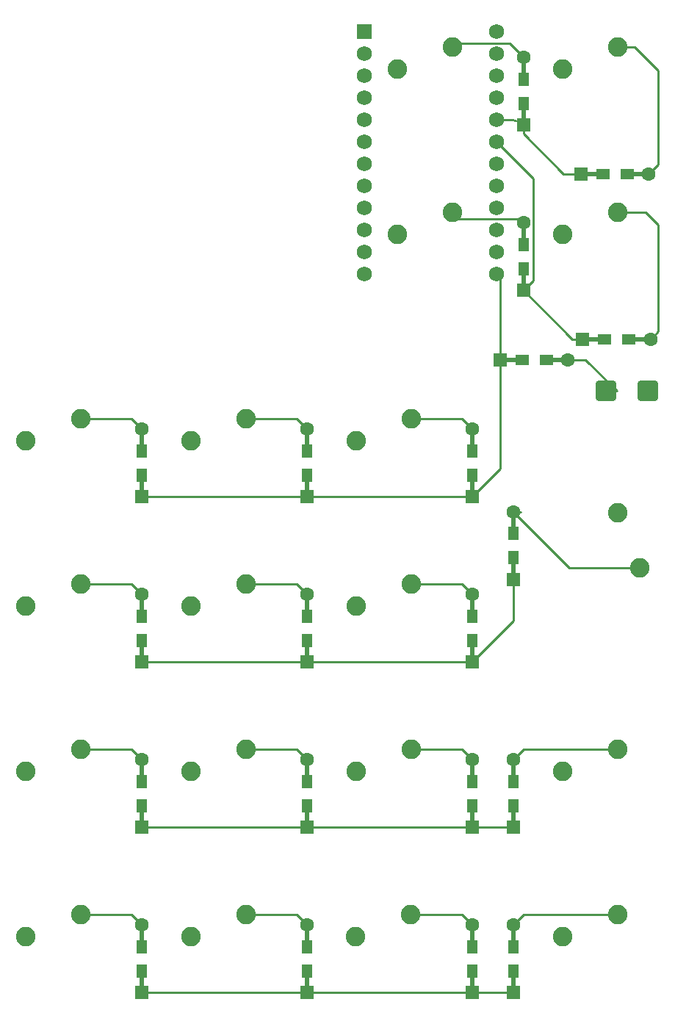
<source format=gbl>
G04 #@! TF.GenerationSoftware,KiCad,Pcbnew,(6.0.5)*
G04 #@! TF.CreationDate,2022-05-08T01:15:56+03:00*
G04 #@! TF.ProjectId,SIN-PAD,53494e2d-5041-4442-9e6b-696361645f70,rev?*
G04 #@! TF.SameCoordinates,Original*
G04 #@! TF.FileFunction,Copper,L2,Bot*
G04 #@! TF.FilePolarity,Positive*
%FSLAX46Y46*%
G04 Gerber Fmt 4.6, Leading zero omitted, Abs format (unit mm)*
G04 Created by KiCad (PCBNEW (6.0.5)) date 2022-05-08 01:15:56*
%MOMM*%
%LPD*%
G01*
G04 APERTURE LIST*
G04 Aperture macros list*
%AMRoundRect*
0 Rectangle with rounded corners*
0 $1 Rounding radius*
0 $2 $3 $4 $5 $6 $7 $8 $9 X,Y pos of 4 corners*
0 Add a 4 corners polygon primitive as box body*
4,1,4,$2,$3,$4,$5,$6,$7,$8,$9,$2,$3,0*
0 Add four circle primitives for the rounded corners*
1,1,$1+$1,$2,$3*
1,1,$1+$1,$4,$5*
1,1,$1+$1,$6,$7*
1,1,$1+$1,$8,$9*
0 Add four rect primitives between the rounded corners*
20,1,$1+$1,$2,$3,$4,$5,0*
20,1,$1+$1,$4,$5,$6,$7,0*
20,1,$1+$1,$6,$7,$8,$9,0*
20,1,$1+$1,$8,$9,$2,$3,0*%
G04 Aperture macros list end*
G04 #@! TA.AperFunction,SMDPad,CuDef*
%ADD10R,1.600000X1.200000*%
G04 #@! TD*
G04 #@! TA.AperFunction,SMDPad,CuDef*
%ADD11R,2.900000X0.500000*%
G04 #@! TD*
G04 #@! TA.AperFunction,ComponentPad*
%ADD12R,1.600000X1.600000*%
G04 #@! TD*
G04 #@! TA.AperFunction,ComponentPad*
%ADD13C,1.600000*%
G04 #@! TD*
G04 #@! TA.AperFunction,SMDPad,CuDef*
%ADD14R,1.200000X1.600000*%
G04 #@! TD*
G04 #@! TA.AperFunction,SMDPad,CuDef*
%ADD15R,0.500000X2.900000*%
G04 #@! TD*
G04 #@! TA.AperFunction,ComponentPad*
%ADD16C,2.250000*%
G04 #@! TD*
G04 #@! TA.AperFunction,ComponentPad*
%ADD17RoundRect,0.250001X-0.899999X-0.899999X0.899999X-0.899999X0.899999X0.899999X-0.899999X0.899999X0*%
G04 #@! TD*
G04 #@! TA.AperFunction,ComponentPad*
%ADD18R,1.752600X1.752600*%
G04 #@! TD*
G04 #@! TA.AperFunction,ComponentPad*
%ADD19C,1.752600*%
G04 #@! TD*
G04 #@! TA.AperFunction,ComponentPad*
%ADD20RoundRect,0.250001X0.899999X0.899999X-0.899999X0.899999X-0.899999X-0.899999X0.899999X-0.899999X0*%
G04 #@! TD*
G04 #@! TA.AperFunction,Conductor*
%ADD21C,0.250000*%
G04 #@! TD*
G04 APERTURE END LIST*
D10*
X103375000Y-66675000D03*
D11*
X102275000Y-66675000D03*
D12*
X100875000Y-66675000D03*
D13*
X108675000Y-66675000D03*
D11*
X107275000Y-66675000D03*
D10*
X106175000Y-66675000D03*
D14*
X103584375Y-37118750D03*
D15*
X103584375Y-38218750D03*
D12*
X103584375Y-39618750D03*
D15*
X103584375Y-33218750D03*
D13*
X103584375Y-31818750D03*
D14*
X103584375Y-34318750D03*
D12*
X110190625Y-45243750D03*
D10*
X112690625Y-45243750D03*
D11*
X111590625Y-45243750D03*
D13*
X117990625Y-45243750D03*
D11*
X116590625Y-45243750D03*
D10*
X115490625Y-45243750D03*
D15*
X103584375Y-57268750D03*
D14*
X103584375Y-56168750D03*
D12*
X103584375Y-58668750D03*
D13*
X103584375Y-50868750D03*
D14*
X103584375Y-53368750D03*
D15*
X103584375Y-52268750D03*
D11*
X111800000Y-64293750D03*
D12*
X110400000Y-64293750D03*
D10*
X112900000Y-64293750D03*
D11*
X116800000Y-64293750D03*
D13*
X118200000Y-64293750D03*
D10*
X115700000Y-64293750D03*
D14*
X59531250Y-79981250D03*
D15*
X59531250Y-81081250D03*
D12*
X59531250Y-82481250D03*
D15*
X59531250Y-76081250D03*
D14*
X59531250Y-77181250D03*
D13*
X59531250Y-74681250D03*
D15*
X78581250Y-81081250D03*
D12*
X78581250Y-82481250D03*
D14*
X78581250Y-79981250D03*
D13*
X78581250Y-74681250D03*
D15*
X78581250Y-76081250D03*
D14*
X78581250Y-77181250D03*
D12*
X97631250Y-82481250D03*
D14*
X97631250Y-79981250D03*
D15*
X97631250Y-81081250D03*
X97631250Y-76081250D03*
D13*
X97631250Y-74681250D03*
D14*
X97631250Y-77181250D03*
D12*
X102393750Y-92006250D03*
D14*
X102393750Y-89506250D03*
D15*
X102393750Y-90606250D03*
D13*
X102393750Y-84206250D03*
D14*
X102393750Y-86706250D03*
D15*
X102393750Y-85606250D03*
X59531250Y-100131250D03*
D14*
X59531250Y-99031250D03*
D12*
X59531250Y-101531250D03*
D15*
X59531250Y-95131250D03*
D13*
X59531250Y-93731250D03*
D14*
X59531250Y-96231250D03*
D15*
X78581250Y-100131250D03*
D12*
X78581250Y-101531250D03*
D14*
X78581250Y-99031250D03*
D15*
X78581250Y-95131250D03*
D14*
X78581250Y-96231250D03*
D13*
X78581250Y-93731250D03*
D14*
X97631250Y-99031250D03*
D15*
X97631250Y-100131250D03*
D12*
X97631250Y-101531250D03*
D15*
X97631250Y-95131250D03*
D14*
X97631250Y-96231250D03*
D13*
X97631250Y-93731250D03*
D15*
X59531250Y-119181250D03*
D12*
X59531250Y-120581250D03*
D14*
X59531250Y-118081250D03*
D15*
X59531250Y-114181250D03*
D13*
X59531250Y-112781250D03*
D14*
X59531250Y-115281250D03*
D12*
X78581250Y-120581250D03*
D14*
X78581250Y-118081250D03*
D15*
X78581250Y-119181250D03*
D13*
X78581250Y-112781250D03*
D14*
X78581250Y-115281250D03*
D15*
X78581250Y-114181250D03*
D14*
X97631250Y-118081250D03*
D15*
X97631250Y-119181250D03*
D12*
X97631250Y-120581250D03*
D15*
X97631250Y-114181250D03*
D13*
X97631250Y-112781250D03*
D14*
X97631250Y-115281250D03*
X102393750Y-118081250D03*
D12*
X102393750Y-120581250D03*
D15*
X102393750Y-119181250D03*
X102393750Y-114181250D03*
D13*
X102393750Y-112781250D03*
D14*
X102393750Y-115281250D03*
D12*
X59531250Y-139631250D03*
D14*
X59531250Y-137131250D03*
D15*
X59531250Y-138231250D03*
D13*
X59531250Y-131831250D03*
D15*
X59531250Y-133231250D03*
D14*
X59531250Y-134331250D03*
D15*
X78581250Y-138231250D03*
D12*
X78581250Y-139631250D03*
D14*
X78581250Y-137131250D03*
D15*
X78581250Y-133231250D03*
D14*
X78581250Y-134331250D03*
D13*
X78581250Y-131831250D03*
D12*
X97631250Y-139631250D03*
D14*
X97631250Y-137131250D03*
D15*
X97631250Y-138231250D03*
D13*
X97631250Y-131831250D03*
D14*
X97631250Y-134331250D03*
D15*
X97631250Y-133231250D03*
D14*
X102393750Y-137131250D03*
D12*
X102393750Y-139631250D03*
D15*
X102393750Y-138231250D03*
X102393750Y-133231250D03*
D14*
X102393750Y-134331250D03*
D13*
X102393750Y-131831250D03*
D16*
X89058750Y-33178750D03*
X95408750Y-30638750D03*
X108108750Y-33178750D03*
X114458750Y-30638750D03*
X89058750Y-52228750D03*
X95408750Y-49688750D03*
X46196250Y-76041250D03*
X52546250Y-73501250D03*
X65246250Y-76041250D03*
X71596250Y-73501250D03*
X84296250Y-76041250D03*
X90646250Y-73501250D03*
X114458750Y-84296250D03*
X116998750Y-90646250D03*
X46196250Y-95091250D03*
X52546250Y-92551250D03*
X65246250Y-95091250D03*
X71596250Y-92551250D03*
X84296250Y-95091250D03*
X90646250Y-92551250D03*
X46196250Y-114141250D03*
X52546250Y-111601250D03*
X65246250Y-114141250D03*
X71596250Y-111601250D03*
X84296250Y-114141250D03*
X90646250Y-111601250D03*
X108108750Y-114141250D03*
X114458750Y-111601250D03*
X46196250Y-133191250D03*
X52546250Y-130651250D03*
X65246250Y-133191250D03*
X71596250Y-130651250D03*
X84190000Y-133191250D03*
X90540000Y-130651250D03*
X108108750Y-133191250D03*
X114458750Y-130651250D03*
X108108750Y-52228750D03*
X114458750Y-49688750D03*
D17*
X117871875Y-70246875D03*
D18*
X85248750Y-28892500D03*
D19*
X85248750Y-31432500D03*
X85248750Y-33972500D03*
X85248750Y-36512500D03*
X85248750Y-39052500D03*
X85248750Y-41592500D03*
X85248750Y-44132500D03*
X85248750Y-46672500D03*
X85248750Y-49212500D03*
X85248750Y-51752500D03*
X85248750Y-54292500D03*
X85248750Y-56832500D03*
X100488750Y-56832500D03*
X100488750Y-54292500D03*
X100488750Y-51752500D03*
X100488750Y-49212500D03*
X100488750Y-46672500D03*
X100488750Y-44132500D03*
X100488750Y-41592500D03*
X100488750Y-39052500D03*
X100488750Y-36512500D03*
X100488750Y-33972500D03*
X100488750Y-31432500D03*
X100488750Y-28892500D03*
D20*
X113109375Y-70246875D03*
D21*
X110728125Y-66675000D02*
X108675000Y-66675000D01*
X114300000Y-70246875D02*
X110728125Y-66675000D01*
X108182812Y-45243750D02*
X110190625Y-45243750D01*
X100488750Y-39052500D02*
X102217327Y-39052500D01*
X103584375Y-39618750D02*
X103584375Y-40645313D01*
X103584375Y-40645313D02*
X108182812Y-45243750D01*
X103584362Y-39618763D02*
G75*
G03*
X102217327Y-39052500I-1367062J-1367037D01*
G01*
X101997314Y-30231689D02*
X103584375Y-31818750D01*
X95408750Y-30638750D02*
X95815811Y-30231689D01*
X95815811Y-30231689D02*
X101997314Y-30231689D01*
X116363750Y-30638750D02*
X119073125Y-33348125D01*
X119073125Y-44161250D02*
X117990625Y-45243750D01*
X119073125Y-33348125D02*
X119073125Y-44161250D01*
X114458750Y-30638750D02*
X116363750Y-30638750D01*
X96133311Y-50413311D02*
X103128936Y-50413311D01*
X95408750Y-49688750D02*
X96133311Y-50413311D01*
X103128936Y-50413311D02*
X103584375Y-50868750D01*
X109209375Y-64293750D02*
X110400000Y-64293750D01*
X103584375Y-58668750D02*
X103584375Y-58340625D01*
X103584375Y-58668750D02*
X109209375Y-64293750D01*
X104708886Y-57544239D02*
X104708886Y-45812636D01*
X104708886Y-45812636D02*
X100488750Y-41592500D01*
X103584375Y-58668750D02*
X104708886Y-57544239D01*
X117655000Y-49688750D02*
X119062500Y-51096250D01*
X119062500Y-51096250D02*
X119062500Y-63431250D01*
X119062500Y-63431250D02*
X118200000Y-64293750D01*
X114458750Y-49688750D02*
X117655000Y-49688750D01*
X58351250Y-73501250D02*
X59531250Y-74681250D01*
X52546250Y-73501250D02*
X58351250Y-73501250D01*
X97631250Y-82481250D02*
X100875000Y-79237500D01*
X59531250Y-82481250D02*
X78581250Y-82481250D01*
X100875000Y-79237500D02*
X100875000Y-66675000D01*
X100875000Y-66675000D02*
X100875000Y-57218750D01*
X100875000Y-57218750D02*
X100488750Y-56832500D01*
X78581250Y-82481250D02*
X97631250Y-82481250D01*
X77401250Y-73501250D02*
X78581250Y-74681250D01*
X71596250Y-73501250D02*
X77401250Y-73501250D01*
X90646250Y-73501250D02*
X96451250Y-73501250D01*
X96451250Y-73501250D02*
X97631250Y-74681250D01*
X102393750Y-84206250D02*
X108833750Y-90646250D01*
X103256250Y-84206250D02*
X102393750Y-84206250D01*
X108833750Y-90646250D02*
X116998750Y-90646250D01*
X102393750Y-96768750D02*
X102393750Y-92006250D01*
X78581250Y-101531250D02*
X97631250Y-101531250D01*
X97631250Y-101531250D02*
X102393750Y-96768750D01*
X59531250Y-101531250D02*
X78581250Y-101531250D01*
X58351250Y-92551250D02*
X59531250Y-93731250D01*
X52546250Y-92551250D02*
X58351250Y-92551250D01*
X77401250Y-92551250D02*
X78581250Y-93731250D01*
X71596250Y-92551250D02*
X77401250Y-92551250D01*
X90646250Y-92551250D02*
X96451250Y-92551250D01*
X96451250Y-92551250D02*
X97631250Y-93731250D01*
X52546250Y-111601250D02*
X58351250Y-111601250D01*
X58351250Y-111601250D02*
X59531250Y-112781250D01*
X59531250Y-120581250D02*
X78581250Y-120581250D01*
X78581250Y-120581250D02*
X97631250Y-120581250D01*
X97631250Y-120581250D02*
X102393750Y-120581250D01*
X77401250Y-111601250D02*
X78581250Y-112781250D01*
X71596250Y-111601250D02*
X77401250Y-111601250D01*
X96451250Y-111601250D02*
X97631250Y-112781250D01*
X90646250Y-111601250D02*
X96451250Y-111601250D01*
X114458750Y-111601250D02*
X103573750Y-111601250D01*
X103573750Y-111601250D02*
X102393750Y-112781250D01*
X58351250Y-130651250D02*
X59531250Y-131831250D01*
X52546250Y-130651250D02*
X58351250Y-130651250D01*
X59531250Y-139631250D02*
X78581250Y-139631250D01*
X78581250Y-139631250D02*
X97631250Y-139631250D01*
X97631250Y-139631250D02*
X102393750Y-139631250D01*
X71596250Y-130651250D02*
X77401250Y-130651250D01*
X77401250Y-130651250D02*
X78581250Y-131831250D01*
X96451250Y-130651250D02*
X97631250Y-131831250D01*
X90646250Y-130651250D02*
X96451250Y-130651250D01*
X103573750Y-130651250D02*
X102393750Y-131831250D01*
X114458750Y-130651250D02*
X103573750Y-130651250D01*
M02*

</source>
